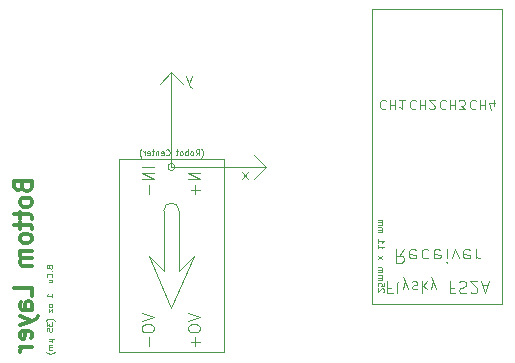
<source format=gbo>
%TF.GenerationSoftware,KiCad,Pcbnew,9.0.7*%
%TF.CreationDate,2026-02-08T08:02:24-07:00*%
%TF.ProjectId,PCB_v1,5043425f-7631-42e6-9b69-6361645f7063,rev?*%
%TF.SameCoordinates,Original*%
%TF.FileFunction,Legend,Bot*%
%TF.FilePolarity,Positive*%
%FSLAX46Y46*%
G04 Gerber Fmt 4.6, Leading zero omitted, Abs format (unit mm)*
G04 Created by KiCad (PCBNEW 9.0.7) date 2026-02-08 08:02:24*
%MOMM*%
%LPD*%
G01*
G04 APERTURE LIST*
%ADD10C,0.100000*%
%ADD11C,0.300000*%
G04 APERTURE END LIST*
D10*
X184500000Y-80000000D02*
X184500000Y-72000000D01*
X184500000Y-80000000D02*
X192500000Y-80000000D01*
X184800000Y-80000000D02*
G75*
G02*
X184200000Y-80000000I-300000J0D01*
G01*
X184200000Y-80000000D02*
G75*
G02*
X184800000Y-80000000I300000J0D01*
G01*
X184500000Y-72000000D02*
X185500000Y-73000000D01*
X192500000Y-80000000D02*
X191500000Y-79000000D01*
X192500000Y-80000000D02*
X191500000Y-81000000D01*
X184500000Y-72000000D02*
X183500000Y-73000000D01*
X187035713Y-79209085D02*
X187059522Y-79185276D01*
X187059522Y-79185276D02*
X187107141Y-79113847D01*
X187107141Y-79113847D02*
X187130951Y-79066228D01*
X187130951Y-79066228D02*
X187154760Y-78994800D01*
X187154760Y-78994800D02*
X187178570Y-78875752D01*
X187178570Y-78875752D02*
X187178570Y-78780514D01*
X187178570Y-78780514D02*
X187154760Y-78661466D01*
X187154760Y-78661466D02*
X187130951Y-78590038D01*
X187130951Y-78590038D02*
X187107141Y-78542419D01*
X187107141Y-78542419D02*
X187059522Y-78470990D01*
X187059522Y-78470990D02*
X187035713Y-78447180D01*
X186559523Y-79018609D02*
X186726189Y-78780514D01*
X186845237Y-79018609D02*
X186845237Y-78518609D01*
X186845237Y-78518609D02*
X186654761Y-78518609D01*
X186654761Y-78518609D02*
X186607142Y-78542419D01*
X186607142Y-78542419D02*
X186583332Y-78566228D01*
X186583332Y-78566228D02*
X186559523Y-78613847D01*
X186559523Y-78613847D02*
X186559523Y-78685276D01*
X186559523Y-78685276D02*
X186583332Y-78732895D01*
X186583332Y-78732895D02*
X186607142Y-78756704D01*
X186607142Y-78756704D02*
X186654761Y-78780514D01*
X186654761Y-78780514D02*
X186845237Y-78780514D01*
X186273808Y-79018609D02*
X186321427Y-78994800D01*
X186321427Y-78994800D02*
X186345237Y-78970990D01*
X186345237Y-78970990D02*
X186369046Y-78923371D01*
X186369046Y-78923371D02*
X186369046Y-78780514D01*
X186369046Y-78780514D02*
X186345237Y-78732895D01*
X186345237Y-78732895D02*
X186321427Y-78709085D01*
X186321427Y-78709085D02*
X186273808Y-78685276D01*
X186273808Y-78685276D02*
X186202380Y-78685276D01*
X186202380Y-78685276D02*
X186154761Y-78709085D01*
X186154761Y-78709085D02*
X186130951Y-78732895D01*
X186130951Y-78732895D02*
X186107142Y-78780514D01*
X186107142Y-78780514D02*
X186107142Y-78923371D01*
X186107142Y-78923371D02*
X186130951Y-78970990D01*
X186130951Y-78970990D02*
X186154761Y-78994800D01*
X186154761Y-78994800D02*
X186202380Y-79018609D01*
X186202380Y-79018609D02*
X186273808Y-79018609D01*
X185892856Y-79018609D02*
X185892856Y-78518609D01*
X185892856Y-78709085D02*
X185845237Y-78685276D01*
X185845237Y-78685276D02*
X185749999Y-78685276D01*
X185749999Y-78685276D02*
X185702380Y-78709085D01*
X185702380Y-78709085D02*
X185678570Y-78732895D01*
X185678570Y-78732895D02*
X185654761Y-78780514D01*
X185654761Y-78780514D02*
X185654761Y-78923371D01*
X185654761Y-78923371D02*
X185678570Y-78970990D01*
X185678570Y-78970990D02*
X185702380Y-78994800D01*
X185702380Y-78994800D02*
X185749999Y-79018609D01*
X185749999Y-79018609D02*
X185845237Y-79018609D01*
X185845237Y-79018609D02*
X185892856Y-78994800D01*
X185369046Y-79018609D02*
X185416665Y-78994800D01*
X185416665Y-78994800D02*
X185440475Y-78970990D01*
X185440475Y-78970990D02*
X185464284Y-78923371D01*
X185464284Y-78923371D02*
X185464284Y-78780514D01*
X185464284Y-78780514D02*
X185440475Y-78732895D01*
X185440475Y-78732895D02*
X185416665Y-78709085D01*
X185416665Y-78709085D02*
X185369046Y-78685276D01*
X185369046Y-78685276D02*
X185297618Y-78685276D01*
X185297618Y-78685276D02*
X185249999Y-78709085D01*
X185249999Y-78709085D02*
X185226189Y-78732895D01*
X185226189Y-78732895D02*
X185202380Y-78780514D01*
X185202380Y-78780514D02*
X185202380Y-78923371D01*
X185202380Y-78923371D02*
X185226189Y-78970990D01*
X185226189Y-78970990D02*
X185249999Y-78994800D01*
X185249999Y-78994800D02*
X185297618Y-79018609D01*
X185297618Y-79018609D02*
X185369046Y-79018609D01*
X185059522Y-78685276D02*
X184869046Y-78685276D01*
X184988094Y-78518609D02*
X184988094Y-78947180D01*
X184988094Y-78947180D02*
X184964284Y-78994800D01*
X184964284Y-78994800D02*
X184916665Y-79018609D01*
X184916665Y-79018609D02*
X184869046Y-79018609D01*
X184035714Y-78970990D02*
X184059523Y-78994800D01*
X184059523Y-78994800D02*
X184130952Y-79018609D01*
X184130952Y-79018609D02*
X184178571Y-79018609D01*
X184178571Y-79018609D02*
X184249999Y-78994800D01*
X184249999Y-78994800D02*
X184297618Y-78947180D01*
X184297618Y-78947180D02*
X184321428Y-78899561D01*
X184321428Y-78899561D02*
X184345237Y-78804323D01*
X184345237Y-78804323D02*
X184345237Y-78732895D01*
X184345237Y-78732895D02*
X184321428Y-78637657D01*
X184321428Y-78637657D02*
X184297618Y-78590038D01*
X184297618Y-78590038D02*
X184249999Y-78542419D01*
X184249999Y-78542419D02*
X184178571Y-78518609D01*
X184178571Y-78518609D02*
X184130952Y-78518609D01*
X184130952Y-78518609D02*
X184059523Y-78542419D01*
X184059523Y-78542419D02*
X184035714Y-78566228D01*
X183630952Y-78994800D02*
X183678571Y-79018609D01*
X183678571Y-79018609D02*
X183773809Y-79018609D01*
X183773809Y-79018609D02*
X183821428Y-78994800D01*
X183821428Y-78994800D02*
X183845237Y-78947180D01*
X183845237Y-78947180D02*
X183845237Y-78756704D01*
X183845237Y-78756704D02*
X183821428Y-78709085D01*
X183821428Y-78709085D02*
X183773809Y-78685276D01*
X183773809Y-78685276D02*
X183678571Y-78685276D01*
X183678571Y-78685276D02*
X183630952Y-78709085D01*
X183630952Y-78709085D02*
X183607142Y-78756704D01*
X183607142Y-78756704D02*
X183607142Y-78804323D01*
X183607142Y-78804323D02*
X183845237Y-78851942D01*
X183392857Y-78685276D02*
X183392857Y-79018609D01*
X183392857Y-78732895D02*
X183369047Y-78709085D01*
X183369047Y-78709085D02*
X183321428Y-78685276D01*
X183321428Y-78685276D02*
X183250000Y-78685276D01*
X183250000Y-78685276D02*
X183202381Y-78709085D01*
X183202381Y-78709085D02*
X183178571Y-78756704D01*
X183178571Y-78756704D02*
X183178571Y-79018609D01*
X183011904Y-78685276D02*
X182821428Y-78685276D01*
X182940476Y-78518609D02*
X182940476Y-78947180D01*
X182940476Y-78947180D02*
X182916666Y-78994800D01*
X182916666Y-78994800D02*
X182869047Y-79018609D01*
X182869047Y-79018609D02*
X182821428Y-79018609D01*
X182464286Y-78994800D02*
X182511905Y-79018609D01*
X182511905Y-79018609D02*
X182607143Y-79018609D01*
X182607143Y-79018609D02*
X182654762Y-78994800D01*
X182654762Y-78994800D02*
X182678571Y-78947180D01*
X182678571Y-78947180D02*
X182678571Y-78756704D01*
X182678571Y-78756704D02*
X182654762Y-78709085D01*
X182654762Y-78709085D02*
X182607143Y-78685276D01*
X182607143Y-78685276D02*
X182511905Y-78685276D01*
X182511905Y-78685276D02*
X182464286Y-78709085D01*
X182464286Y-78709085D02*
X182440476Y-78756704D01*
X182440476Y-78756704D02*
X182440476Y-78804323D01*
X182440476Y-78804323D02*
X182678571Y-78851942D01*
X182226191Y-79018609D02*
X182226191Y-78685276D01*
X182226191Y-78780514D02*
X182202381Y-78732895D01*
X182202381Y-78732895D02*
X182178572Y-78709085D01*
X182178572Y-78709085D02*
X182130953Y-78685276D01*
X182130953Y-78685276D02*
X182083334Y-78685276D01*
X181964286Y-79209085D02*
X181940476Y-79185276D01*
X181940476Y-79185276D02*
X181892857Y-79113847D01*
X181892857Y-79113847D02*
X181869048Y-79066228D01*
X181869048Y-79066228D02*
X181845238Y-78994800D01*
X181845238Y-78994800D02*
X181821429Y-78875752D01*
X181821429Y-78875752D02*
X181821429Y-78780514D01*
X181821429Y-78780514D02*
X181845238Y-78661466D01*
X181845238Y-78661466D02*
X181869048Y-78590038D01*
X181869048Y-78590038D02*
X181892857Y-78542419D01*
X181892857Y-78542419D02*
X181940476Y-78470990D01*
X181940476Y-78470990D02*
X181964286Y-78447180D01*
X190961904Y-81057419D02*
X190438095Y-80390752D01*
X190961904Y-80390752D02*
X190438095Y-81057419D01*
X186238094Y-72290752D02*
X185999999Y-72957419D01*
X185761904Y-72290752D02*
X185999999Y-72957419D01*
X185999999Y-72957419D02*
X186095237Y-73195514D01*
X186095237Y-73195514D02*
X186142856Y-73243133D01*
X186142856Y-73243133D02*
X186238094Y-73290752D01*
D11*
X171892614Y-81659774D02*
X171964042Y-81874060D01*
X171964042Y-81874060D02*
X172035471Y-81945489D01*
X172035471Y-81945489D02*
X172178328Y-82016917D01*
X172178328Y-82016917D02*
X172392614Y-82016917D01*
X172392614Y-82016917D02*
X172535471Y-81945489D01*
X172535471Y-81945489D02*
X172606900Y-81874060D01*
X172606900Y-81874060D02*
X172678328Y-81731203D01*
X172678328Y-81731203D02*
X172678328Y-81159774D01*
X172678328Y-81159774D02*
X171178328Y-81159774D01*
X171178328Y-81159774D02*
X171178328Y-81659774D01*
X171178328Y-81659774D02*
X171249757Y-81802632D01*
X171249757Y-81802632D02*
X171321185Y-81874060D01*
X171321185Y-81874060D02*
X171464042Y-81945489D01*
X171464042Y-81945489D02*
X171606900Y-81945489D01*
X171606900Y-81945489D02*
X171749757Y-81874060D01*
X171749757Y-81874060D02*
X171821185Y-81802632D01*
X171821185Y-81802632D02*
X171892614Y-81659774D01*
X171892614Y-81659774D02*
X171892614Y-81159774D01*
X172678328Y-82874060D02*
X172606900Y-82731203D01*
X172606900Y-82731203D02*
X172535471Y-82659774D01*
X172535471Y-82659774D02*
X172392614Y-82588346D01*
X172392614Y-82588346D02*
X171964042Y-82588346D01*
X171964042Y-82588346D02*
X171821185Y-82659774D01*
X171821185Y-82659774D02*
X171749757Y-82731203D01*
X171749757Y-82731203D02*
X171678328Y-82874060D01*
X171678328Y-82874060D02*
X171678328Y-83088346D01*
X171678328Y-83088346D02*
X171749757Y-83231203D01*
X171749757Y-83231203D02*
X171821185Y-83302632D01*
X171821185Y-83302632D02*
X171964042Y-83374060D01*
X171964042Y-83374060D02*
X172392614Y-83374060D01*
X172392614Y-83374060D02*
X172535471Y-83302632D01*
X172535471Y-83302632D02*
X172606900Y-83231203D01*
X172606900Y-83231203D02*
X172678328Y-83088346D01*
X172678328Y-83088346D02*
X172678328Y-82874060D01*
X171678328Y-83802632D02*
X171678328Y-84374060D01*
X171178328Y-84016917D02*
X172464042Y-84016917D01*
X172464042Y-84016917D02*
X172606900Y-84088346D01*
X172606900Y-84088346D02*
X172678328Y-84231203D01*
X172678328Y-84231203D02*
X172678328Y-84374060D01*
X171678328Y-84659775D02*
X171678328Y-85231203D01*
X171178328Y-84874060D02*
X172464042Y-84874060D01*
X172464042Y-84874060D02*
X172606900Y-84945489D01*
X172606900Y-84945489D02*
X172678328Y-85088346D01*
X172678328Y-85088346D02*
X172678328Y-85231203D01*
X172678328Y-85945489D02*
X172606900Y-85802632D01*
X172606900Y-85802632D02*
X172535471Y-85731203D01*
X172535471Y-85731203D02*
X172392614Y-85659775D01*
X172392614Y-85659775D02*
X171964042Y-85659775D01*
X171964042Y-85659775D02*
X171821185Y-85731203D01*
X171821185Y-85731203D02*
X171749757Y-85802632D01*
X171749757Y-85802632D02*
X171678328Y-85945489D01*
X171678328Y-85945489D02*
X171678328Y-86159775D01*
X171678328Y-86159775D02*
X171749757Y-86302632D01*
X171749757Y-86302632D02*
X171821185Y-86374061D01*
X171821185Y-86374061D02*
X171964042Y-86445489D01*
X171964042Y-86445489D02*
X172392614Y-86445489D01*
X172392614Y-86445489D02*
X172535471Y-86374061D01*
X172535471Y-86374061D02*
X172606900Y-86302632D01*
X172606900Y-86302632D02*
X172678328Y-86159775D01*
X172678328Y-86159775D02*
X172678328Y-85945489D01*
X172678328Y-87088346D02*
X171678328Y-87088346D01*
X171821185Y-87088346D02*
X171749757Y-87159775D01*
X171749757Y-87159775D02*
X171678328Y-87302632D01*
X171678328Y-87302632D02*
X171678328Y-87516918D01*
X171678328Y-87516918D02*
X171749757Y-87659775D01*
X171749757Y-87659775D02*
X171892614Y-87731204D01*
X171892614Y-87731204D02*
X172678328Y-87731204D01*
X171892614Y-87731204D02*
X171749757Y-87802632D01*
X171749757Y-87802632D02*
X171678328Y-87945489D01*
X171678328Y-87945489D02*
X171678328Y-88159775D01*
X171678328Y-88159775D02*
X171749757Y-88302632D01*
X171749757Y-88302632D02*
X171892614Y-88374061D01*
X171892614Y-88374061D02*
X172678328Y-88374061D01*
X172678328Y-90945489D02*
X172678328Y-90231203D01*
X172678328Y-90231203D02*
X171178328Y-90231203D01*
X172678328Y-92088347D02*
X171892614Y-92088347D01*
X171892614Y-92088347D02*
X171749757Y-92016918D01*
X171749757Y-92016918D02*
X171678328Y-91874061D01*
X171678328Y-91874061D02*
X171678328Y-91588347D01*
X171678328Y-91588347D02*
X171749757Y-91445489D01*
X172606900Y-92088347D02*
X172678328Y-91945489D01*
X172678328Y-91945489D02*
X172678328Y-91588347D01*
X172678328Y-91588347D02*
X172606900Y-91445489D01*
X172606900Y-91445489D02*
X172464042Y-91374061D01*
X172464042Y-91374061D02*
X172321185Y-91374061D01*
X172321185Y-91374061D02*
X172178328Y-91445489D01*
X172178328Y-91445489D02*
X172106900Y-91588347D01*
X172106900Y-91588347D02*
X172106900Y-91945489D01*
X172106900Y-91945489D02*
X172035471Y-92088347D01*
X171678328Y-92659775D02*
X172678328Y-93016918D01*
X171678328Y-93374061D02*
X172678328Y-93016918D01*
X172678328Y-93016918D02*
X173035471Y-92874061D01*
X173035471Y-92874061D02*
X173106900Y-92802632D01*
X173106900Y-92802632D02*
X173178328Y-92659775D01*
X172606900Y-94516918D02*
X172678328Y-94374061D01*
X172678328Y-94374061D02*
X172678328Y-94088347D01*
X172678328Y-94088347D02*
X172606900Y-93945489D01*
X172606900Y-93945489D02*
X172464042Y-93874061D01*
X172464042Y-93874061D02*
X171892614Y-93874061D01*
X171892614Y-93874061D02*
X171749757Y-93945489D01*
X171749757Y-93945489D02*
X171678328Y-94088347D01*
X171678328Y-94088347D02*
X171678328Y-94374061D01*
X171678328Y-94374061D02*
X171749757Y-94516918D01*
X171749757Y-94516918D02*
X171892614Y-94588347D01*
X171892614Y-94588347D02*
X172035471Y-94588347D01*
X172035471Y-94588347D02*
X172178328Y-93874061D01*
X172678328Y-95231203D02*
X171678328Y-95231203D01*
X171964042Y-95231203D02*
X171821185Y-95302632D01*
X171821185Y-95302632D02*
X171749757Y-95374061D01*
X171749757Y-95374061D02*
X171678328Y-95516918D01*
X171678328Y-95516918D02*
X171678328Y-95659775D01*
D10*
X174171704Y-88481833D02*
X174195514Y-88553261D01*
X174195514Y-88553261D02*
X174219323Y-88577071D01*
X174219323Y-88577071D02*
X174266942Y-88600880D01*
X174266942Y-88600880D02*
X174338371Y-88600880D01*
X174338371Y-88600880D02*
X174385990Y-88577071D01*
X174385990Y-88577071D02*
X174409800Y-88553261D01*
X174409800Y-88553261D02*
X174433609Y-88505642D01*
X174433609Y-88505642D02*
X174433609Y-88315166D01*
X174433609Y-88315166D02*
X173933609Y-88315166D01*
X173933609Y-88315166D02*
X173933609Y-88481833D01*
X173933609Y-88481833D02*
X173957419Y-88529452D01*
X173957419Y-88529452D02*
X173981228Y-88553261D01*
X173981228Y-88553261D02*
X174028847Y-88577071D01*
X174028847Y-88577071D02*
X174076466Y-88577071D01*
X174076466Y-88577071D02*
X174124085Y-88553261D01*
X174124085Y-88553261D02*
X174147895Y-88529452D01*
X174147895Y-88529452D02*
X174171704Y-88481833D01*
X174171704Y-88481833D02*
X174171704Y-88315166D01*
X174385990Y-88815166D02*
X174409800Y-88838976D01*
X174409800Y-88838976D02*
X174433609Y-88815166D01*
X174433609Y-88815166D02*
X174409800Y-88791357D01*
X174409800Y-88791357D02*
X174385990Y-88815166D01*
X174385990Y-88815166D02*
X174433609Y-88815166D01*
X174385990Y-89338975D02*
X174409800Y-89315166D01*
X174409800Y-89315166D02*
X174433609Y-89243737D01*
X174433609Y-89243737D02*
X174433609Y-89196118D01*
X174433609Y-89196118D02*
X174409800Y-89124690D01*
X174409800Y-89124690D02*
X174362180Y-89077071D01*
X174362180Y-89077071D02*
X174314561Y-89053261D01*
X174314561Y-89053261D02*
X174219323Y-89029452D01*
X174219323Y-89029452D02*
X174147895Y-89029452D01*
X174147895Y-89029452D02*
X174052657Y-89053261D01*
X174052657Y-89053261D02*
X174005038Y-89077071D01*
X174005038Y-89077071D02*
X173957419Y-89124690D01*
X173957419Y-89124690D02*
X173933609Y-89196118D01*
X173933609Y-89196118D02*
X173933609Y-89243737D01*
X173933609Y-89243737D02*
X173957419Y-89315166D01*
X173957419Y-89315166D02*
X173981228Y-89338975D01*
X174100276Y-89767547D02*
X174433609Y-89767547D01*
X174100276Y-89553261D02*
X174362180Y-89553261D01*
X174362180Y-89553261D02*
X174409800Y-89577071D01*
X174409800Y-89577071D02*
X174433609Y-89624690D01*
X174433609Y-89624690D02*
X174433609Y-89696118D01*
X174433609Y-89696118D02*
X174409800Y-89743737D01*
X174409800Y-89743737D02*
X174385990Y-89767547D01*
X174433609Y-91029451D02*
X174433609Y-90743737D01*
X174433609Y-90886594D02*
X173933609Y-90886594D01*
X173933609Y-90886594D02*
X174005038Y-90838975D01*
X174005038Y-90838975D02*
X174052657Y-90791356D01*
X174052657Y-90791356D02*
X174076466Y-90743737D01*
X174433609Y-91696117D02*
X174409800Y-91648498D01*
X174409800Y-91648498D02*
X174385990Y-91624688D01*
X174385990Y-91624688D02*
X174338371Y-91600879D01*
X174338371Y-91600879D02*
X174195514Y-91600879D01*
X174195514Y-91600879D02*
X174147895Y-91624688D01*
X174147895Y-91624688D02*
X174124085Y-91648498D01*
X174124085Y-91648498D02*
X174100276Y-91696117D01*
X174100276Y-91696117D02*
X174100276Y-91767545D01*
X174100276Y-91767545D02*
X174124085Y-91815164D01*
X174124085Y-91815164D02*
X174147895Y-91838974D01*
X174147895Y-91838974D02*
X174195514Y-91862783D01*
X174195514Y-91862783D02*
X174338371Y-91862783D01*
X174338371Y-91862783D02*
X174385990Y-91838974D01*
X174385990Y-91838974D02*
X174409800Y-91815164D01*
X174409800Y-91815164D02*
X174433609Y-91767545D01*
X174433609Y-91767545D02*
X174433609Y-91696117D01*
X174100276Y-92029450D02*
X174100276Y-92291355D01*
X174100276Y-92291355D02*
X174433609Y-92029450D01*
X174433609Y-92029450D02*
X174433609Y-92291355D01*
X174624085Y-93005640D02*
X174600276Y-92981831D01*
X174600276Y-92981831D02*
X174528847Y-92934212D01*
X174528847Y-92934212D02*
X174481228Y-92910402D01*
X174481228Y-92910402D02*
X174409800Y-92886593D01*
X174409800Y-92886593D02*
X174290752Y-92862783D01*
X174290752Y-92862783D02*
X174195514Y-92862783D01*
X174195514Y-92862783D02*
X174076466Y-92886593D01*
X174076466Y-92886593D02*
X174005038Y-92910402D01*
X174005038Y-92910402D02*
X173957419Y-92934212D01*
X173957419Y-92934212D02*
X173885990Y-92981831D01*
X173885990Y-92981831D02*
X173862180Y-93005640D01*
X173933609Y-93148497D02*
X173933609Y-93458021D01*
X173933609Y-93458021D02*
X174124085Y-93291354D01*
X174124085Y-93291354D02*
X174124085Y-93362783D01*
X174124085Y-93362783D02*
X174147895Y-93410402D01*
X174147895Y-93410402D02*
X174171704Y-93434211D01*
X174171704Y-93434211D02*
X174219323Y-93458021D01*
X174219323Y-93458021D02*
X174338371Y-93458021D01*
X174338371Y-93458021D02*
X174385990Y-93434211D01*
X174385990Y-93434211D02*
X174409800Y-93410402D01*
X174409800Y-93410402D02*
X174433609Y-93362783D01*
X174433609Y-93362783D02*
X174433609Y-93219926D01*
X174433609Y-93219926D02*
X174409800Y-93172307D01*
X174409800Y-93172307D02*
X174385990Y-93148497D01*
X173933609Y-93910401D02*
X173933609Y-93672306D01*
X173933609Y-93672306D02*
X174171704Y-93648497D01*
X174171704Y-93648497D02*
X174147895Y-93672306D01*
X174147895Y-93672306D02*
X174124085Y-93719925D01*
X174124085Y-93719925D02*
X174124085Y-93838973D01*
X174124085Y-93838973D02*
X174147895Y-93886592D01*
X174147895Y-93886592D02*
X174171704Y-93910401D01*
X174171704Y-93910401D02*
X174219323Y-93934211D01*
X174219323Y-93934211D02*
X174338371Y-93934211D01*
X174338371Y-93934211D02*
X174385990Y-93910401D01*
X174385990Y-93910401D02*
X174409800Y-93886592D01*
X174409800Y-93886592D02*
X174433609Y-93838973D01*
X174433609Y-93838973D02*
X174433609Y-93719925D01*
X174433609Y-93719925D02*
X174409800Y-93672306D01*
X174409800Y-93672306D02*
X174385990Y-93648497D01*
X174100276Y-94529448D02*
X174600276Y-94529448D01*
X174362180Y-94767543D02*
X174409800Y-94791353D01*
X174409800Y-94791353D02*
X174433609Y-94838972D01*
X174362180Y-94529448D02*
X174409800Y-94553258D01*
X174409800Y-94553258D02*
X174433609Y-94600877D01*
X174433609Y-94600877D02*
X174433609Y-94696115D01*
X174433609Y-94696115D02*
X174409800Y-94743734D01*
X174409800Y-94743734D02*
X174362180Y-94767543D01*
X174362180Y-94767543D02*
X174100276Y-94767543D01*
X174433609Y-95053258D02*
X174100276Y-95053258D01*
X174147895Y-95053258D02*
X174124085Y-95077068D01*
X174124085Y-95077068D02*
X174100276Y-95124687D01*
X174100276Y-95124687D02*
X174100276Y-95196115D01*
X174100276Y-95196115D02*
X174124085Y-95243734D01*
X174124085Y-95243734D02*
X174171704Y-95267544D01*
X174171704Y-95267544D02*
X174433609Y-95267544D01*
X174171704Y-95267544D02*
X174124085Y-95291353D01*
X174124085Y-95291353D02*
X174100276Y-95338972D01*
X174100276Y-95338972D02*
X174100276Y-95410401D01*
X174100276Y-95410401D02*
X174124085Y-95458020D01*
X174124085Y-95458020D02*
X174171704Y-95481830D01*
X174171704Y-95481830D02*
X174433609Y-95481830D01*
X174624085Y-95672306D02*
X174600276Y-95696116D01*
X174600276Y-95696116D02*
X174528847Y-95743735D01*
X174528847Y-95743735D02*
X174481228Y-95767544D01*
X174481228Y-95767544D02*
X174409800Y-95791354D01*
X174409800Y-95791354D02*
X174290752Y-95815163D01*
X174290752Y-95815163D02*
X174195514Y-95815163D01*
X174195514Y-95815163D02*
X174076466Y-95791354D01*
X174076466Y-95791354D02*
X174005038Y-95767544D01*
X174005038Y-95767544D02*
X173957419Y-95743735D01*
X173957419Y-95743735D02*
X173885990Y-95696116D01*
X173885990Y-95696116D02*
X173862180Y-95672306D01*
X182002419Y-92373810D02*
X183002419Y-92707143D01*
X183002419Y-92707143D02*
X182002419Y-93040476D01*
X182002419Y-93564286D02*
X182002419Y-93754762D01*
X182002419Y-93754762D02*
X182050038Y-93850000D01*
X182050038Y-93850000D02*
X182145276Y-93945238D01*
X182145276Y-93945238D02*
X182335752Y-93992857D01*
X182335752Y-93992857D02*
X182669085Y-93992857D01*
X182669085Y-93992857D02*
X182859561Y-93945238D01*
X182859561Y-93945238D02*
X182954800Y-93850000D01*
X182954800Y-93850000D02*
X183002419Y-93754762D01*
X183002419Y-93754762D02*
X183002419Y-93564286D01*
X183002419Y-93564286D02*
X182954800Y-93469048D01*
X182954800Y-93469048D02*
X182859561Y-93373810D01*
X182859561Y-93373810D02*
X182669085Y-93326191D01*
X182669085Y-93326191D02*
X182335752Y-93326191D01*
X182335752Y-93326191D02*
X182145276Y-93373810D01*
X182145276Y-93373810D02*
X182050038Y-93469048D01*
X182050038Y-93469048D02*
X182002419Y-93564286D01*
X182621466Y-94421429D02*
X182621466Y-95183334D01*
X186912419Y-80007143D02*
X185912419Y-80007143D01*
X186912419Y-80483333D02*
X185912419Y-80483333D01*
X185912419Y-80483333D02*
X186912419Y-81054761D01*
X186912419Y-81054761D02*
X185912419Y-81054761D01*
X186531466Y-81530952D02*
X186531466Y-82292857D01*
X186912419Y-81911904D02*
X186150514Y-81911904D01*
X183002419Y-80007143D02*
X182002419Y-80007143D01*
X183002419Y-80483333D02*
X182002419Y-80483333D01*
X182002419Y-80483333D02*
X183002419Y-81054761D01*
X183002419Y-81054761D02*
X182002419Y-81054761D01*
X182621466Y-81530952D02*
X182621466Y-82292857D01*
X185912419Y-92373810D02*
X186912419Y-92707143D01*
X186912419Y-92707143D02*
X185912419Y-93040476D01*
X185912419Y-93564286D02*
X185912419Y-93754762D01*
X185912419Y-93754762D02*
X185960038Y-93850000D01*
X185960038Y-93850000D02*
X186055276Y-93945238D01*
X186055276Y-93945238D02*
X186245752Y-93992857D01*
X186245752Y-93992857D02*
X186579085Y-93992857D01*
X186579085Y-93992857D02*
X186769561Y-93945238D01*
X186769561Y-93945238D02*
X186864800Y-93850000D01*
X186864800Y-93850000D02*
X186912419Y-93754762D01*
X186912419Y-93754762D02*
X186912419Y-93564286D01*
X186912419Y-93564286D02*
X186864800Y-93469048D01*
X186864800Y-93469048D02*
X186769561Y-93373810D01*
X186769561Y-93373810D02*
X186579085Y-93326191D01*
X186579085Y-93326191D02*
X186245752Y-93326191D01*
X186245752Y-93326191D02*
X186055276Y-93373810D01*
X186055276Y-93373810D02*
X185960038Y-93469048D01*
X185960038Y-93469048D02*
X185912419Y-93564286D01*
X186531466Y-94421429D02*
X186531466Y-95183334D01*
X186912419Y-94802381D02*
X186150514Y-94802381D01*
X204200000Y-86938057D02*
X203800000Y-87509485D01*
X203514286Y-86938057D02*
X203514286Y-88138057D01*
X203514286Y-88138057D02*
X203971429Y-88138057D01*
X203971429Y-88138057D02*
X204085714Y-88080914D01*
X204085714Y-88080914D02*
X204142857Y-88023771D01*
X204142857Y-88023771D02*
X204200000Y-87909485D01*
X204200000Y-87909485D02*
X204200000Y-87738057D01*
X204200000Y-87738057D02*
X204142857Y-87623771D01*
X204142857Y-87623771D02*
X204085714Y-87566628D01*
X204085714Y-87566628D02*
X203971429Y-87509485D01*
X203971429Y-87509485D02*
X203514286Y-87509485D01*
X205171429Y-86995200D02*
X205057143Y-86938057D01*
X205057143Y-86938057D02*
X204828572Y-86938057D01*
X204828572Y-86938057D02*
X204714286Y-86995200D01*
X204714286Y-86995200D02*
X204657143Y-87109485D01*
X204657143Y-87109485D02*
X204657143Y-87566628D01*
X204657143Y-87566628D02*
X204714286Y-87680914D01*
X204714286Y-87680914D02*
X204828572Y-87738057D01*
X204828572Y-87738057D02*
X205057143Y-87738057D01*
X205057143Y-87738057D02*
X205171429Y-87680914D01*
X205171429Y-87680914D02*
X205228572Y-87566628D01*
X205228572Y-87566628D02*
X205228572Y-87452342D01*
X205228572Y-87452342D02*
X204657143Y-87338057D01*
X206257143Y-86995200D02*
X206142857Y-86938057D01*
X206142857Y-86938057D02*
X205914285Y-86938057D01*
X205914285Y-86938057D02*
X205800000Y-86995200D01*
X205800000Y-86995200D02*
X205742857Y-87052342D01*
X205742857Y-87052342D02*
X205685714Y-87166628D01*
X205685714Y-87166628D02*
X205685714Y-87509485D01*
X205685714Y-87509485D02*
X205742857Y-87623771D01*
X205742857Y-87623771D02*
X205800000Y-87680914D01*
X205800000Y-87680914D02*
X205914285Y-87738057D01*
X205914285Y-87738057D02*
X206142857Y-87738057D01*
X206142857Y-87738057D02*
X206257143Y-87680914D01*
X207228571Y-86995200D02*
X207114285Y-86938057D01*
X207114285Y-86938057D02*
X206885714Y-86938057D01*
X206885714Y-86938057D02*
X206771428Y-86995200D01*
X206771428Y-86995200D02*
X206714285Y-87109485D01*
X206714285Y-87109485D02*
X206714285Y-87566628D01*
X206714285Y-87566628D02*
X206771428Y-87680914D01*
X206771428Y-87680914D02*
X206885714Y-87738057D01*
X206885714Y-87738057D02*
X207114285Y-87738057D01*
X207114285Y-87738057D02*
X207228571Y-87680914D01*
X207228571Y-87680914D02*
X207285714Y-87566628D01*
X207285714Y-87566628D02*
X207285714Y-87452342D01*
X207285714Y-87452342D02*
X206714285Y-87338057D01*
X207799999Y-86938057D02*
X207799999Y-87738057D01*
X207799999Y-88138057D02*
X207742856Y-88080914D01*
X207742856Y-88080914D02*
X207799999Y-88023771D01*
X207799999Y-88023771D02*
X207857142Y-88080914D01*
X207857142Y-88080914D02*
X207799999Y-88138057D01*
X207799999Y-88138057D02*
X207799999Y-88023771D01*
X208257142Y-87738057D02*
X208542856Y-86938057D01*
X208542856Y-86938057D02*
X208828571Y-87738057D01*
X209742857Y-86995200D02*
X209628571Y-86938057D01*
X209628571Y-86938057D02*
X209400000Y-86938057D01*
X209400000Y-86938057D02*
X209285714Y-86995200D01*
X209285714Y-86995200D02*
X209228571Y-87109485D01*
X209228571Y-87109485D02*
X209228571Y-87566628D01*
X209228571Y-87566628D02*
X209285714Y-87680914D01*
X209285714Y-87680914D02*
X209400000Y-87738057D01*
X209400000Y-87738057D02*
X209628571Y-87738057D01*
X209628571Y-87738057D02*
X209742857Y-87680914D01*
X209742857Y-87680914D02*
X209800000Y-87566628D01*
X209800000Y-87566628D02*
X209800000Y-87452342D01*
X209800000Y-87452342D02*
X209228571Y-87338057D01*
X210314285Y-86938057D02*
X210314285Y-87738057D01*
X210314285Y-87509485D02*
X210371428Y-87623771D01*
X210371428Y-87623771D02*
X210428571Y-87680914D01*
X210428571Y-87680914D02*
X210542856Y-87738057D01*
X210542856Y-87738057D02*
X210657142Y-87738057D01*
X205177619Y-74399295D02*
X205139523Y-74361200D01*
X205139523Y-74361200D02*
X205025238Y-74323104D01*
X205025238Y-74323104D02*
X204949047Y-74323104D01*
X204949047Y-74323104D02*
X204834761Y-74361200D01*
X204834761Y-74361200D02*
X204758571Y-74437390D01*
X204758571Y-74437390D02*
X204720476Y-74513580D01*
X204720476Y-74513580D02*
X204682380Y-74665961D01*
X204682380Y-74665961D02*
X204682380Y-74780247D01*
X204682380Y-74780247D02*
X204720476Y-74932628D01*
X204720476Y-74932628D02*
X204758571Y-75008819D01*
X204758571Y-75008819D02*
X204834761Y-75085009D01*
X204834761Y-75085009D02*
X204949047Y-75123104D01*
X204949047Y-75123104D02*
X205025238Y-75123104D01*
X205025238Y-75123104D02*
X205139523Y-75085009D01*
X205139523Y-75085009D02*
X205177619Y-75046914D01*
X205520476Y-74323104D02*
X205520476Y-75123104D01*
X205520476Y-74742152D02*
X205977619Y-74742152D01*
X205977619Y-74323104D02*
X205977619Y-75123104D01*
X206320475Y-75046914D02*
X206358571Y-75085009D01*
X206358571Y-75085009D02*
X206434761Y-75123104D01*
X206434761Y-75123104D02*
X206625237Y-75123104D01*
X206625237Y-75123104D02*
X206701428Y-75085009D01*
X206701428Y-75085009D02*
X206739523Y-75046914D01*
X206739523Y-75046914D02*
X206777618Y-74970723D01*
X206777618Y-74970723D02*
X206777618Y-74894533D01*
X206777618Y-74894533D02*
X206739523Y-74780247D01*
X206739523Y-74780247D02*
X206282380Y-74323104D01*
X206282380Y-74323104D02*
X206777618Y-74323104D01*
X202637619Y-74399295D02*
X202599523Y-74361200D01*
X202599523Y-74361200D02*
X202485238Y-74323104D01*
X202485238Y-74323104D02*
X202409047Y-74323104D01*
X202409047Y-74323104D02*
X202294761Y-74361200D01*
X202294761Y-74361200D02*
X202218571Y-74437390D01*
X202218571Y-74437390D02*
X202180476Y-74513580D01*
X202180476Y-74513580D02*
X202142380Y-74665961D01*
X202142380Y-74665961D02*
X202142380Y-74780247D01*
X202142380Y-74780247D02*
X202180476Y-74932628D01*
X202180476Y-74932628D02*
X202218571Y-75008819D01*
X202218571Y-75008819D02*
X202294761Y-75085009D01*
X202294761Y-75085009D02*
X202409047Y-75123104D01*
X202409047Y-75123104D02*
X202485238Y-75123104D01*
X202485238Y-75123104D02*
X202599523Y-75085009D01*
X202599523Y-75085009D02*
X202637619Y-75046914D01*
X202980476Y-74323104D02*
X202980476Y-75123104D01*
X202980476Y-74742152D02*
X203437619Y-74742152D01*
X203437619Y-74323104D02*
X203437619Y-75123104D01*
X204237618Y-74323104D02*
X203780475Y-74323104D01*
X204009047Y-74323104D02*
X204009047Y-75123104D01*
X204009047Y-75123104D02*
X203932856Y-75008819D01*
X203932856Y-75008819D02*
X203856666Y-74932628D01*
X203856666Y-74932628D02*
X203780475Y-74894533D01*
X207717619Y-74399295D02*
X207679523Y-74361200D01*
X207679523Y-74361200D02*
X207565238Y-74323104D01*
X207565238Y-74323104D02*
X207489047Y-74323104D01*
X207489047Y-74323104D02*
X207374761Y-74361200D01*
X207374761Y-74361200D02*
X207298571Y-74437390D01*
X207298571Y-74437390D02*
X207260476Y-74513580D01*
X207260476Y-74513580D02*
X207222380Y-74665961D01*
X207222380Y-74665961D02*
X207222380Y-74780247D01*
X207222380Y-74780247D02*
X207260476Y-74932628D01*
X207260476Y-74932628D02*
X207298571Y-75008819D01*
X207298571Y-75008819D02*
X207374761Y-75085009D01*
X207374761Y-75085009D02*
X207489047Y-75123104D01*
X207489047Y-75123104D02*
X207565238Y-75123104D01*
X207565238Y-75123104D02*
X207679523Y-75085009D01*
X207679523Y-75085009D02*
X207717619Y-75046914D01*
X208060476Y-74323104D02*
X208060476Y-75123104D01*
X208060476Y-74742152D02*
X208517619Y-74742152D01*
X208517619Y-74323104D02*
X208517619Y-75123104D01*
X208822380Y-75123104D02*
X209317618Y-75123104D01*
X209317618Y-75123104D02*
X209050952Y-74818342D01*
X209050952Y-74818342D02*
X209165237Y-74818342D01*
X209165237Y-74818342D02*
X209241428Y-74780247D01*
X209241428Y-74780247D02*
X209279523Y-74742152D01*
X209279523Y-74742152D02*
X209317618Y-74665961D01*
X209317618Y-74665961D02*
X209317618Y-74475485D01*
X209317618Y-74475485D02*
X209279523Y-74399295D01*
X209279523Y-74399295D02*
X209241428Y-74361200D01*
X209241428Y-74361200D02*
X209165237Y-74323104D01*
X209165237Y-74323104D02*
X208936666Y-74323104D01*
X208936666Y-74323104D02*
X208860475Y-74361200D01*
X208860475Y-74361200D02*
X208822380Y-74399295D01*
X203119046Y-90211390D02*
X202785713Y-90211390D01*
X202785713Y-89687580D02*
X202785713Y-90687580D01*
X202785713Y-90687580D02*
X203261903Y-90687580D01*
X203785713Y-89687580D02*
X203690475Y-89735200D01*
X203690475Y-89735200D02*
X203642856Y-89830438D01*
X203642856Y-89830438D02*
X203642856Y-90687580D01*
X204071428Y-90354247D02*
X204309523Y-89687580D01*
X204547618Y-90354247D02*
X204309523Y-89687580D01*
X204309523Y-89687580D02*
X204214285Y-89449485D01*
X204214285Y-89449485D02*
X204166666Y-89401866D01*
X204166666Y-89401866D02*
X204071428Y-89354247D01*
X204880952Y-89735200D02*
X204976190Y-89687580D01*
X204976190Y-89687580D02*
X205166666Y-89687580D01*
X205166666Y-89687580D02*
X205261904Y-89735200D01*
X205261904Y-89735200D02*
X205309523Y-89830438D01*
X205309523Y-89830438D02*
X205309523Y-89878057D01*
X205309523Y-89878057D02*
X205261904Y-89973295D01*
X205261904Y-89973295D02*
X205166666Y-90020914D01*
X205166666Y-90020914D02*
X205023809Y-90020914D01*
X205023809Y-90020914D02*
X204928571Y-90068533D01*
X204928571Y-90068533D02*
X204880952Y-90163771D01*
X204880952Y-90163771D02*
X204880952Y-90211390D01*
X204880952Y-90211390D02*
X204928571Y-90306628D01*
X204928571Y-90306628D02*
X205023809Y-90354247D01*
X205023809Y-90354247D02*
X205166666Y-90354247D01*
X205166666Y-90354247D02*
X205261904Y-90306628D01*
X205738095Y-89687580D02*
X205738095Y-90687580D01*
X205833333Y-90068533D02*
X206119047Y-89687580D01*
X206119047Y-90354247D02*
X205738095Y-89973295D01*
X206452381Y-90354247D02*
X206690476Y-89687580D01*
X206928571Y-90354247D02*
X206690476Y-89687580D01*
X206690476Y-89687580D02*
X206595238Y-89449485D01*
X206595238Y-89449485D02*
X206547619Y-89401866D01*
X206547619Y-89401866D02*
X206452381Y-89354247D01*
X208404762Y-90211390D02*
X208071429Y-90211390D01*
X208071429Y-89687580D02*
X208071429Y-90687580D01*
X208071429Y-90687580D02*
X208547619Y-90687580D01*
X208880953Y-89735200D02*
X209023810Y-89687580D01*
X209023810Y-89687580D02*
X209261905Y-89687580D01*
X209261905Y-89687580D02*
X209357143Y-89735200D01*
X209357143Y-89735200D02*
X209404762Y-89782819D01*
X209404762Y-89782819D02*
X209452381Y-89878057D01*
X209452381Y-89878057D02*
X209452381Y-89973295D01*
X209452381Y-89973295D02*
X209404762Y-90068533D01*
X209404762Y-90068533D02*
X209357143Y-90116152D01*
X209357143Y-90116152D02*
X209261905Y-90163771D01*
X209261905Y-90163771D02*
X209071429Y-90211390D01*
X209071429Y-90211390D02*
X208976191Y-90259009D01*
X208976191Y-90259009D02*
X208928572Y-90306628D01*
X208928572Y-90306628D02*
X208880953Y-90401866D01*
X208880953Y-90401866D02*
X208880953Y-90497104D01*
X208880953Y-90497104D02*
X208928572Y-90592342D01*
X208928572Y-90592342D02*
X208976191Y-90639961D01*
X208976191Y-90639961D02*
X209071429Y-90687580D01*
X209071429Y-90687580D02*
X209309524Y-90687580D01*
X209309524Y-90687580D02*
X209452381Y-90639961D01*
X209833334Y-90592342D02*
X209880953Y-90639961D01*
X209880953Y-90639961D02*
X209976191Y-90687580D01*
X209976191Y-90687580D02*
X210214286Y-90687580D01*
X210214286Y-90687580D02*
X210309524Y-90639961D01*
X210309524Y-90639961D02*
X210357143Y-90592342D01*
X210357143Y-90592342D02*
X210404762Y-90497104D01*
X210404762Y-90497104D02*
X210404762Y-90401866D01*
X210404762Y-90401866D02*
X210357143Y-90259009D01*
X210357143Y-90259009D02*
X209785715Y-89687580D01*
X209785715Y-89687580D02*
X210404762Y-89687580D01*
X210785715Y-89973295D02*
X211261905Y-89973295D01*
X210690477Y-89687580D02*
X211023810Y-90687580D01*
X211023810Y-90687580D02*
X211357143Y-89687580D01*
X210257619Y-74399295D02*
X210219523Y-74361200D01*
X210219523Y-74361200D02*
X210105238Y-74323104D01*
X210105238Y-74323104D02*
X210029047Y-74323104D01*
X210029047Y-74323104D02*
X209914761Y-74361200D01*
X209914761Y-74361200D02*
X209838571Y-74437390D01*
X209838571Y-74437390D02*
X209800476Y-74513580D01*
X209800476Y-74513580D02*
X209762380Y-74665961D01*
X209762380Y-74665961D02*
X209762380Y-74780247D01*
X209762380Y-74780247D02*
X209800476Y-74932628D01*
X209800476Y-74932628D02*
X209838571Y-75008819D01*
X209838571Y-75008819D02*
X209914761Y-75085009D01*
X209914761Y-75085009D02*
X210029047Y-75123104D01*
X210029047Y-75123104D02*
X210105238Y-75123104D01*
X210105238Y-75123104D02*
X210219523Y-75085009D01*
X210219523Y-75085009D02*
X210257619Y-75046914D01*
X210600476Y-74323104D02*
X210600476Y-75123104D01*
X210600476Y-74742152D02*
X211057619Y-74742152D01*
X211057619Y-74323104D02*
X211057619Y-75123104D01*
X211781428Y-74856438D02*
X211781428Y-74323104D01*
X211590952Y-75161200D02*
X211400475Y-74589771D01*
X211400475Y-74589771D02*
X211895714Y-74589771D01*
X202438771Y-90568972D02*
X202462580Y-90545163D01*
X202462580Y-90545163D02*
X202486390Y-90497544D01*
X202486390Y-90497544D02*
X202486390Y-90378496D01*
X202486390Y-90378496D02*
X202462580Y-90330877D01*
X202462580Y-90330877D02*
X202438771Y-90307068D01*
X202438771Y-90307068D02*
X202391152Y-90283258D01*
X202391152Y-90283258D02*
X202343533Y-90283258D01*
X202343533Y-90283258D02*
X202272104Y-90307068D01*
X202272104Y-90307068D02*
X201986390Y-90592782D01*
X201986390Y-90592782D02*
X201986390Y-90283258D01*
X202486390Y-89830878D02*
X202486390Y-90068973D01*
X202486390Y-90068973D02*
X202248295Y-90092782D01*
X202248295Y-90092782D02*
X202272104Y-90068973D01*
X202272104Y-90068973D02*
X202295914Y-90021354D01*
X202295914Y-90021354D02*
X202295914Y-89902306D01*
X202295914Y-89902306D02*
X202272104Y-89854687D01*
X202272104Y-89854687D02*
X202248295Y-89830878D01*
X202248295Y-89830878D02*
X202200676Y-89807068D01*
X202200676Y-89807068D02*
X202081628Y-89807068D01*
X202081628Y-89807068D02*
X202034009Y-89830878D01*
X202034009Y-89830878D02*
X202010200Y-89854687D01*
X202010200Y-89854687D02*
X201986390Y-89902306D01*
X201986390Y-89902306D02*
X201986390Y-90021354D01*
X201986390Y-90021354D02*
X202010200Y-90068973D01*
X202010200Y-90068973D02*
X202034009Y-90092782D01*
X201986390Y-89592783D02*
X202319723Y-89592783D01*
X202272104Y-89592783D02*
X202295914Y-89568973D01*
X202295914Y-89568973D02*
X202319723Y-89521354D01*
X202319723Y-89521354D02*
X202319723Y-89449926D01*
X202319723Y-89449926D02*
X202295914Y-89402307D01*
X202295914Y-89402307D02*
X202248295Y-89378497D01*
X202248295Y-89378497D02*
X201986390Y-89378497D01*
X202248295Y-89378497D02*
X202295914Y-89354688D01*
X202295914Y-89354688D02*
X202319723Y-89307069D01*
X202319723Y-89307069D02*
X202319723Y-89235640D01*
X202319723Y-89235640D02*
X202295914Y-89188021D01*
X202295914Y-89188021D02*
X202248295Y-89164211D01*
X202248295Y-89164211D02*
X201986390Y-89164211D01*
X201986390Y-88926116D02*
X202319723Y-88926116D01*
X202272104Y-88926116D02*
X202295914Y-88902306D01*
X202295914Y-88902306D02*
X202319723Y-88854687D01*
X202319723Y-88854687D02*
X202319723Y-88783259D01*
X202319723Y-88783259D02*
X202295914Y-88735640D01*
X202295914Y-88735640D02*
X202248295Y-88711830D01*
X202248295Y-88711830D02*
X201986390Y-88711830D01*
X202248295Y-88711830D02*
X202295914Y-88688021D01*
X202295914Y-88688021D02*
X202319723Y-88640402D01*
X202319723Y-88640402D02*
X202319723Y-88568973D01*
X202319723Y-88568973D02*
X202295914Y-88521354D01*
X202295914Y-88521354D02*
X202248295Y-88497544D01*
X202248295Y-88497544D02*
X201986390Y-88497544D01*
X202319723Y-87830878D02*
X202034009Y-87545164D01*
X202319723Y-87545164D02*
X202034009Y-87830878D01*
X201986390Y-86616592D02*
X201986390Y-86902306D01*
X201986390Y-86759449D02*
X202486390Y-86759449D01*
X202486390Y-86759449D02*
X202414961Y-86807068D01*
X202414961Y-86807068D02*
X202367342Y-86854687D01*
X202367342Y-86854687D02*
X202343533Y-86902306D01*
X201986390Y-86140402D02*
X201986390Y-86426116D01*
X201986390Y-86283259D02*
X202486390Y-86283259D01*
X202486390Y-86283259D02*
X202414961Y-86330878D01*
X202414961Y-86330878D02*
X202367342Y-86378497D01*
X202367342Y-86378497D02*
X202343533Y-86426116D01*
X201986390Y-85545165D02*
X202319723Y-85545165D01*
X202272104Y-85545165D02*
X202295914Y-85521355D01*
X202295914Y-85521355D02*
X202319723Y-85473736D01*
X202319723Y-85473736D02*
X202319723Y-85402308D01*
X202319723Y-85402308D02*
X202295914Y-85354689D01*
X202295914Y-85354689D02*
X202248295Y-85330879D01*
X202248295Y-85330879D02*
X201986390Y-85330879D01*
X202248295Y-85330879D02*
X202295914Y-85307070D01*
X202295914Y-85307070D02*
X202319723Y-85259451D01*
X202319723Y-85259451D02*
X202319723Y-85188022D01*
X202319723Y-85188022D02*
X202295914Y-85140403D01*
X202295914Y-85140403D02*
X202248295Y-85116593D01*
X202248295Y-85116593D02*
X201986390Y-85116593D01*
X201986390Y-84878498D02*
X202319723Y-84878498D01*
X202272104Y-84878498D02*
X202295914Y-84854688D01*
X202295914Y-84854688D02*
X202319723Y-84807069D01*
X202319723Y-84807069D02*
X202319723Y-84735641D01*
X202319723Y-84735641D02*
X202295914Y-84688022D01*
X202295914Y-84688022D02*
X202248295Y-84664212D01*
X202248295Y-84664212D02*
X201986390Y-84664212D01*
X202248295Y-84664212D02*
X202295914Y-84640403D01*
X202295914Y-84640403D02*
X202319723Y-84592784D01*
X202319723Y-84592784D02*
X202319723Y-84521355D01*
X202319723Y-84521355D02*
X202295914Y-84473736D01*
X202295914Y-84473736D02*
X202248295Y-84449926D01*
X202248295Y-84449926D02*
X201986390Y-84449926D01*
%TO.C,J3*%
X182595000Y-87500000D02*
X184500000Y-91945000D01*
X183865000Y-83690000D02*
X183865000Y-88770000D01*
X183865000Y-88770000D02*
X182595000Y-87500000D01*
X184500000Y-91945000D02*
X186405000Y-87500000D01*
X185135000Y-88770000D02*
X185135000Y-83690000D01*
X186405000Y-87500000D02*
X185135000Y-88770000D01*
X180050000Y-95650000D02*
X188950000Y-95650000D01*
X188950000Y-79350000D01*
X180050000Y-79350000D01*
X180050000Y-95650000D01*
X183865000Y-83690000D02*
G75*
G02*
X185135000Y-83690000I635000J0D01*
G01*
%TO.C,J2*%
X201500000Y-66600000D02*
X212500000Y-66600000D01*
X212500000Y-91600000D01*
X201500000Y-91600000D01*
X201500000Y-66600000D01*
%TD*%
M02*

</source>
